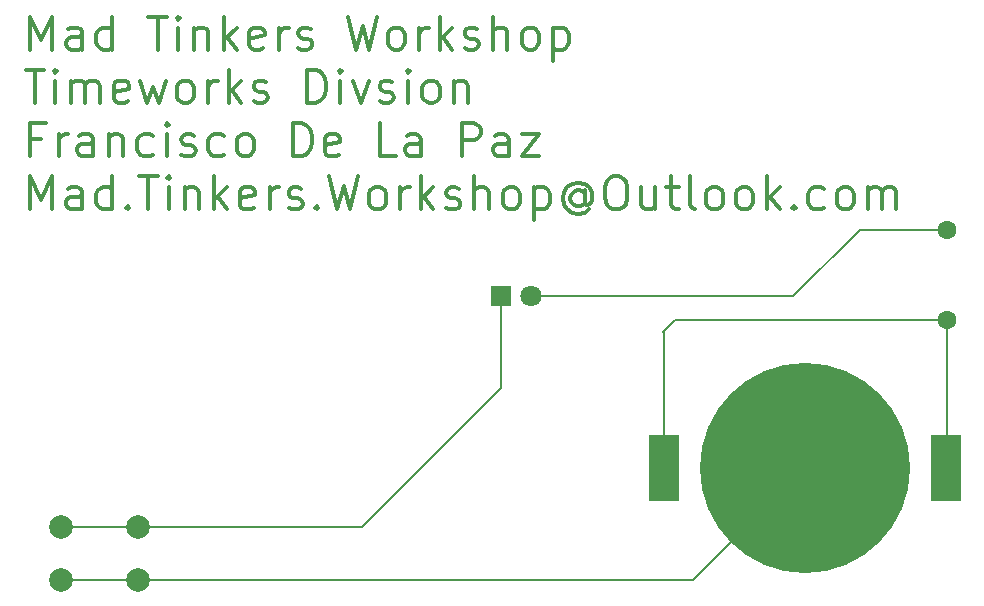
<source format=gtl>
%TF.GenerationSoftware,KiCad,Pcbnew,9.0.6*%
%TF.CreationDate,2025-12-29T01:24:51-06:00*%
%TF.ProjectId,Assignment 4.3 CNC 2 PCB,41737369-676e-46d6-956e-7420342e3320,rev?*%
%TF.SameCoordinates,Original*%
%TF.FileFunction,Copper,L1,Top*%
%TF.FilePolarity,Positive*%
%FSLAX46Y46*%
G04 Gerber Fmt 4.6, Leading zero omitted, Abs format (unit mm)*
G04 Created by KiCad (PCBNEW 9.0.6) date 2025-12-29 01:24:51*
%MOMM*%
%LPD*%
G01*
G04 APERTURE LIST*
%ADD10C,0.350000*%
%TA.AperFunction,NonConductor*%
%ADD11C,0.350000*%
%TD*%
%TA.AperFunction,SMDPad,CuDef*%
%ADD12R,2.600000X5.560000*%
%TD*%
%TA.AperFunction,SMDPad,CuDef*%
%ADD13C,17.800000*%
%TD*%
%TA.AperFunction,ComponentPad*%
%ADD14C,1.600000*%
%TD*%
%TA.AperFunction,ComponentPad*%
%ADD15R,1.800000X1.800000*%
%TD*%
%TA.AperFunction,ComponentPad*%
%ADD16C,1.800000*%
%TD*%
%TA.AperFunction,ComponentPad*%
%ADD17C,2.000000*%
%TD*%
%TA.AperFunction,Conductor*%
%ADD18C,0.200000*%
%TD*%
G04 APERTURE END LIST*
D10*
D11*
X179896929Y-104115604D02*
X179896929Y-101315604D01*
X179896929Y-101315604D02*
X180830263Y-103315604D01*
X180830263Y-103315604D02*
X181763596Y-101315604D01*
X181763596Y-101315604D02*
X181763596Y-104115604D01*
X184296929Y-104115604D02*
X184296929Y-102648937D01*
X184296929Y-102648937D02*
X184163596Y-102382271D01*
X184163596Y-102382271D02*
X183896929Y-102248937D01*
X183896929Y-102248937D02*
X183363596Y-102248937D01*
X183363596Y-102248937D02*
X183096929Y-102382271D01*
X184296929Y-103982271D02*
X184030263Y-104115604D01*
X184030263Y-104115604D02*
X183363596Y-104115604D01*
X183363596Y-104115604D02*
X183096929Y-103982271D01*
X183096929Y-103982271D02*
X182963596Y-103715604D01*
X182963596Y-103715604D02*
X182963596Y-103448937D01*
X182963596Y-103448937D02*
X183096929Y-103182271D01*
X183096929Y-103182271D02*
X183363596Y-103048937D01*
X183363596Y-103048937D02*
X184030263Y-103048937D01*
X184030263Y-103048937D02*
X184296929Y-102915604D01*
X186830262Y-104115604D02*
X186830262Y-101315604D01*
X186830262Y-103982271D02*
X186563596Y-104115604D01*
X186563596Y-104115604D02*
X186030262Y-104115604D01*
X186030262Y-104115604D02*
X185763596Y-103982271D01*
X185763596Y-103982271D02*
X185630262Y-103848937D01*
X185630262Y-103848937D02*
X185496929Y-103582271D01*
X185496929Y-103582271D02*
X185496929Y-102782271D01*
X185496929Y-102782271D02*
X185630262Y-102515604D01*
X185630262Y-102515604D02*
X185763596Y-102382271D01*
X185763596Y-102382271D02*
X186030262Y-102248937D01*
X186030262Y-102248937D02*
X186563596Y-102248937D01*
X186563596Y-102248937D02*
X186830262Y-102382271D01*
X189896928Y-101315604D02*
X191496928Y-101315604D01*
X190696928Y-104115604D02*
X190696928Y-101315604D01*
X192430261Y-104115604D02*
X192430261Y-102248937D01*
X192430261Y-101315604D02*
X192296928Y-101448937D01*
X192296928Y-101448937D02*
X192430261Y-101582271D01*
X192430261Y-101582271D02*
X192563595Y-101448937D01*
X192563595Y-101448937D02*
X192430261Y-101315604D01*
X192430261Y-101315604D02*
X192430261Y-101582271D01*
X193763594Y-102248937D02*
X193763594Y-104115604D01*
X193763594Y-102515604D02*
X193896928Y-102382271D01*
X193896928Y-102382271D02*
X194163594Y-102248937D01*
X194163594Y-102248937D02*
X194563594Y-102248937D01*
X194563594Y-102248937D02*
X194830261Y-102382271D01*
X194830261Y-102382271D02*
X194963594Y-102648937D01*
X194963594Y-102648937D02*
X194963594Y-104115604D01*
X196296927Y-104115604D02*
X196296927Y-101315604D01*
X196563594Y-103048937D02*
X197363594Y-104115604D01*
X197363594Y-102248937D02*
X196296927Y-103315604D01*
X199630261Y-103982271D02*
X199363594Y-104115604D01*
X199363594Y-104115604D02*
X198830261Y-104115604D01*
X198830261Y-104115604D02*
X198563594Y-103982271D01*
X198563594Y-103982271D02*
X198430261Y-103715604D01*
X198430261Y-103715604D02*
X198430261Y-102648937D01*
X198430261Y-102648937D02*
X198563594Y-102382271D01*
X198563594Y-102382271D02*
X198830261Y-102248937D01*
X198830261Y-102248937D02*
X199363594Y-102248937D01*
X199363594Y-102248937D02*
X199630261Y-102382271D01*
X199630261Y-102382271D02*
X199763594Y-102648937D01*
X199763594Y-102648937D02*
X199763594Y-102915604D01*
X199763594Y-102915604D02*
X198430261Y-103182271D01*
X200963594Y-104115604D02*
X200963594Y-102248937D01*
X200963594Y-102782271D02*
X201096928Y-102515604D01*
X201096928Y-102515604D02*
X201230261Y-102382271D01*
X201230261Y-102382271D02*
X201496928Y-102248937D01*
X201496928Y-102248937D02*
X201763594Y-102248937D01*
X202563594Y-103982271D02*
X202830261Y-104115604D01*
X202830261Y-104115604D02*
X203363594Y-104115604D01*
X203363594Y-104115604D02*
X203630261Y-103982271D01*
X203630261Y-103982271D02*
X203763594Y-103715604D01*
X203763594Y-103715604D02*
X203763594Y-103582271D01*
X203763594Y-103582271D02*
X203630261Y-103315604D01*
X203630261Y-103315604D02*
X203363594Y-103182271D01*
X203363594Y-103182271D02*
X202963594Y-103182271D01*
X202963594Y-103182271D02*
X202696927Y-103048937D01*
X202696927Y-103048937D02*
X202563594Y-102782271D01*
X202563594Y-102782271D02*
X202563594Y-102648937D01*
X202563594Y-102648937D02*
X202696927Y-102382271D01*
X202696927Y-102382271D02*
X202963594Y-102248937D01*
X202963594Y-102248937D02*
X203363594Y-102248937D01*
X203363594Y-102248937D02*
X203630261Y-102382271D01*
X206830261Y-101315604D02*
X207496927Y-104115604D01*
X207496927Y-104115604D02*
X208030261Y-102115604D01*
X208030261Y-102115604D02*
X208563594Y-104115604D01*
X208563594Y-104115604D02*
X209230261Y-101315604D01*
X210696927Y-104115604D02*
X210430261Y-103982271D01*
X210430261Y-103982271D02*
X210296927Y-103848937D01*
X210296927Y-103848937D02*
X210163594Y-103582271D01*
X210163594Y-103582271D02*
X210163594Y-102782271D01*
X210163594Y-102782271D02*
X210296927Y-102515604D01*
X210296927Y-102515604D02*
X210430261Y-102382271D01*
X210430261Y-102382271D02*
X210696927Y-102248937D01*
X210696927Y-102248937D02*
X211096927Y-102248937D01*
X211096927Y-102248937D02*
X211363594Y-102382271D01*
X211363594Y-102382271D02*
X211496927Y-102515604D01*
X211496927Y-102515604D02*
X211630261Y-102782271D01*
X211630261Y-102782271D02*
X211630261Y-103582271D01*
X211630261Y-103582271D02*
X211496927Y-103848937D01*
X211496927Y-103848937D02*
X211363594Y-103982271D01*
X211363594Y-103982271D02*
X211096927Y-104115604D01*
X211096927Y-104115604D02*
X210696927Y-104115604D01*
X212830260Y-104115604D02*
X212830260Y-102248937D01*
X212830260Y-102782271D02*
X212963594Y-102515604D01*
X212963594Y-102515604D02*
X213096927Y-102382271D01*
X213096927Y-102382271D02*
X213363594Y-102248937D01*
X213363594Y-102248937D02*
X213630260Y-102248937D01*
X214563593Y-104115604D02*
X214563593Y-101315604D01*
X214830260Y-103048937D02*
X215630260Y-104115604D01*
X215630260Y-102248937D02*
X214563593Y-103315604D01*
X216696927Y-103982271D02*
X216963594Y-104115604D01*
X216963594Y-104115604D02*
X217496927Y-104115604D01*
X217496927Y-104115604D02*
X217763594Y-103982271D01*
X217763594Y-103982271D02*
X217896927Y-103715604D01*
X217896927Y-103715604D02*
X217896927Y-103582271D01*
X217896927Y-103582271D02*
X217763594Y-103315604D01*
X217763594Y-103315604D02*
X217496927Y-103182271D01*
X217496927Y-103182271D02*
X217096927Y-103182271D01*
X217096927Y-103182271D02*
X216830260Y-103048937D01*
X216830260Y-103048937D02*
X216696927Y-102782271D01*
X216696927Y-102782271D02*
X216696927Y-102648937D01*
X216696927Y-102648937D02*
X216830260Y-102382271D01*
X216830260Y-102382271D02*
X217096927Y-102248937D01*
X217096927Y-102248937D02*
X217496927Y-102248937D01*
X217496927Y-102248937D02*
X217763594Y-102382271D01*
X219096927Y-104115604D02*
X219096927Y-101315604D01*
X220296927Y-104115604D02*
X220296927Y-102648937D01*
X220296927Y-102648937D02*
X220163594Y-102382271D01*
X220163594Y-102382271D02*
X219896927Y-102248937D01*
X219896927Y-102248937D02*
X219496927Y-102248937D01*
X219496927Y-102248937D02*
X219230261Y-102382271D01*
X219230261Y-102382271D02*
X219096927Y-102515604D01*
X222030260Y-104115604D02*
X221763594Y-103982271D01*
X221763594Y-103982271D02*
X221630260Y-103848937D01*
X221630260Y-103848937D02*
X221496927Y-103582271D01*
X221496927Y-103582271D02*
X221496927Y-102782271D01*
X221496927Y-102782271D02*
X221630260Y-102515604D01*
X221630260Y-102515604D02*
X221763594Y-102382271D01*
X221763594Y-102382271D02*
X222030260Y-102248937D01*
X222030260Y-102248937D02*
X222430260Y-102248937D01*
X222430260Y-102248937D02*
X222696927Y-102382271D01*
X222696927Y-102382271D02*
X222830260Y-102515604D01*
X222830260Y-102515604D02*
X222963594Y-102782271D01*
X222963594Y-102782271D02*
X222963594Y-103582271D01*
X222963594Y-103582271D02*
X222830260Y-103848937D01*
X222830260Y-103848937D02*
X222696927Y-103982271D01*
X222696927Y-103982271D02*
X222430260Y-104115604D01*
X222430260Y-104115604D02*
X222030260Y-104115604D01*
X224163593Y-102248937D02*
X224163593Y-105048937D01*
X224163593Y-102382271D02*
X224430260Y-102248937D01*
X224430260Y-102248937D02*
X224963593Y-102248937D01*
X224963593Y-102248937D02*
X225230260Y-102382271D01*
X225230260Y-102382271D02*
X225363593Y-102515604D01*
X225363593Y-102515604D02*
X225496927Y-102782271D01*
X225496927Y-102782271D02*
X225496927Y-103582271D01*
X225496927Y-103582271D02*
X225363593Y-103848937D01*
X225363593Y-103848937D02*
X225230260Y-103982271D01*
X225230260Y-103982271D02*
X224963593Y-104115604D01*
X224963593Y-104115604D02*
X224430260Y-104115604D01*
X224430260Y-104115604D02*
X224163593Y-103982271D01*
X179496929Y-105823447D02*
X181096929Y-105823447D01*
X180296929Y-108623447D02*
X180296929Y-105823447D01*
X182030262Y-108623447D02*
X182030262Y-106756780D01*
X182030262Y-105823447D02*
X181896929Y-105956780D01*
X181896929Y-105956780D02*
X182030262Y-106090114D01*
X182030262Y-106090114D02*
X182163596Y-105956780D01*
X182163596Y-105956780D02*
X182030262Y-105823447D01*
X182030262Y-105823447D02*
X182030262Y-106090114D01*
X183363595Y-108623447D02*
X183363595Y-106756780D01*
X183363595Y-107023447D02*
X183496929Y-106890114D01*
X183496929Y-106890114D02*
X183763595Y-106756780D01*
X183763595Y-106756780D02*
X184163595Y-106756780D01*
X184163595Y-106756780D02*
X184430262Y-106890114D01*
X184430262Y-106890114D02*
X184563595Y-107156780D01*
X184563595Y-107156780D02*
X184563595Y-108623447D01*
X184563595Y-107156780D02*
X184696929Y-106890114D01*
X184696929Y-106890114D02*
X184963595Y-106756780D01*
X184963595Y-106756780D02*
X185363595Y-106756780D01*
X185363595Y-106756780D02*
X185630262Y-106890114D01*
X185630262Y-106890114D02*
X185763595Y-107156780D01*
X185763595Y-107156780D02*
X185763595Y-108623447D01*
X188163595Y-108490114D02*
X187896928Y-108623447D01*
X187896928Y-108623447D02*
X187363595Y-108623447D01*
X187363595Y-108623447D02*
X187096928Y-108490114D01*
X187096928Y-108490114D02*
X186963595Y-108223447D01*
X186963595Y-108223447D02*
X186963595Y-107156780D01*
X186963595Y-107156780D02*
X187096928Y-106890114D01*
X187096928Y-106890114D02*
X187363595Y-106756780D01*
X187363595Y-106756780D02*
X187896928Y-106756780D01*
X187896928Y-106756780D02*
X188163595Y-106890114D01*
X188163595Y-106890114D02*
X188296928Y-107156780D01*
X188296928Y-107156780D02*
X188296928Y-107423447D01*
X188296928Y-107423447D02*
X186963595Y-107690114D01*
X189230262Y-106756780D02*
X189763595Y-108623447D01*
X189763595Y-108623447D02*
X190296928Y-107290114D01*
X190296928Y-107290114D02*
X190830262Y-108623447D01*
X190830262Y-108623447D02*
X191363595Y-106756780D01*
X192830261Y-108623447D02*
X192563595Y-108490114D01*
X192563595Y-108490114D02*
X192430261Y-108356780D01*
X192430261Y-108356780D02*
X192296928Y-108090114D01*
X192296928Y-108090114D02*
X192296928Y-107290114D01*
X192296928Y-107290114D02*
X192430261Y-107023447D01*
X192430261Y-107023447D02*
X192563595Y-106890114D01*
X192563595Y-106890114D02*
X192830261Y-106756780D01*
X192830261Y-106756780D02*
X193230261Y-106756780D01*
X193230261Y-106756780D02*
X193496928Y-106890114D01*
X193496928Y-106890114D02*
X193630261Y-107023447D01*
X193630261Y-107023447D02*
X193763595Y-107290114D01*
X193763595Y-107290114D02*
X193763595Y-108090114D01*
X193763595Y-108090114D02*
X193630261Y-108356780D01*
X193630261Y-108356780D02*
X193496928Y-108490114D01*
X193496928Y-108490114D02*
X193230261Y-108623447D01*
X193230261Y-108623447D02*
X192830261Y-108623447D01*
X194963594Y-108623447D02*
X194963594Y-106756780D01*
X194963594Y-107290114D02*
X195096928Y-107023447D01*
X195096928Y-107023447D02*
X195230261Y-106890114D01*
X195230261Y-106890114D02*
X195496928Y-106756780D01*
X195496928Y-106756780D02*
X195763594Y-106756780D01*
X196696927Y-108623447D02*
X196696927Y-105823447D01*
X196963594Y-107556780D02*
X197763594Y-108623447D01*
X197763594Y-106756780D02*
X196696927Y-107823447D01*
X198830261Y-108490114D02*
X199096928Y-108623447D01*
X199096928Y-108623447D02*
X199630261Y-108623447D01*
X199630261Y-108623447D02*
X199896928Y-108490114D01*
X199896928Y-108490114D02*
X200030261Y-108223447D01*
X200030261Y-108223447D02*
X200030261Y-108090114D01*
X200030261Y-108090114D02*
X199896928Y-107823447D01*
X199896928Y-107823447D02*
X199630261Y-107690114D01*
X199630261Y-107690114D02*
X199230261Y-107690114D01*
X199230261Y-107690114D02*
X198963594Y-107556780D01*
X198963594Y-107556780D02*
X198830261Y-107290114D01*
X198830261Y-107290114D02*
X198830261Y-107156780D01*
X198830261Y-107156780D02*
X198963594Y-106890114D01*
X198963594Y-106890114D02*
X199230261Y-106756780D01*
X199230261Y-106756780D02*
X199630261Y-106756780D01*
X199630261Y-106756780D02*
X199896928Y-106890114D01*
X203363594Y-108623447D02*
X203363594Y-105823447D01*
X203363594Y-105823447D02*
X204030261Y-105823447D01*
X204030261Y-105823447D02*
X204430261Y-105956780D01*
X204430261Y-105956780D02*
X204696928Y-106223447D01*
X204696928Y-106223447D02*
X204830261Y-106490114D01*
X204830261Y-106490114D02*
X204963594Y-107023447D01*
X204963594Y-107023447D02*
X204963594Y-107423447D01*
X204963594Y-107423447D02*
X204830261Y-107956780D01*
X204830261Y-107956780D02*
X204696928Y-108223447D01*
X204696928Y-108223447D02*
X204430261Y-108490114D01*
X204430261Y-108490114D02*
X204030261Y-108623447D01*
X204030261Y-108623447D02*
X203363594Y-108623447D01*
X206163594Y-108623447D02*
X206163594Y-106756780D01*
X206163594Y-105823447D02*
X206030261Y-105956780D01*
X206030261Y-105956780D02*
X206163594Y-106090114D01*
X206163594Y-106090114D02*
X206296928Y-105956780D01*
X206296928Y-105956780D02*
X206163594Y-105823447D01*
X206163594Y-105823447D02*
X206163594Y-106090114D01*
X207230261Y-106756780D02*
X207896927Y-108623447D01*
X207896927Y-108623447D02*
X208563594Y-106756780D01*
X209496927Y-108490114D02*
X209763594Y-108623447D01*
X209763594Y-108623447D02*
X210296927Y-108623447D01*
X210296927Y-108623447D02*
X210563594Y-108490114D01*
X210563594Y-108490114D02*
X210696927Y-108223447D01*
X210696927Y-108223447D02*
X210696927Y-108090114D01*
X210696927Y-108090114D02*
X210563594Y-107823447D01*
X210563594Y-107823447D02*
X210296927Y-107690114D01*
X210296927Y-107690114D02*
X209896927Y-107690114D01*
X209896927Y-107690114D02*
X209630260Y-107556780D01*
X209630260Y-107556780D02*
X209496927Y-107290114D01*
X209496927Y-107290114D02*
X209496927Y-107156780D01*
X209496927Y-107156780D02*
X209630260Y-106890114D01*
X209630260Y-106890114D02*
X209896927Y-106756780D01*
X209896927Y-106756780D02*
X210296927Y-106756780D01*
X210296927Y-106756780D02*
X210563594Y-106890114D01*
X211896927Y-108623447D02*
X211896927Y-106756780D01*
X211896927Y-105823447D02*
X211763594Y-105956780D01*
X211763594Y-105956780D02*
X211896927Y-106090114D01*
X211896927Y-106090114D02*
X212030261Y-105956780D01*
X212030261Y-105956780D02*
X211896927Y-105823447D01*
X211896927Y-105823447D02*
X211896927Y-106090114D01*
X213630260Y-108623447D02*
X213363594Y-108490114D01*
X213363594Y-108490114D02*
X213230260Y-108356780D01*
X213230260Y-108356780D02*
X213096927Y-108090114D01*
X213096927Y-108090114D02*
X213096927Y-107290114D01*
X213096927Y-107290114D02*
X213230260Y-107023447D01*
X213230260Y-107023447D02*
X213363594Y-106890114D01*
X213363594Y-106890114D02*
X213630260Y-106756780D01*
X213630260Y-106756780D02*
X214030260Y-106756780D01*
X214030260Y-106756780D02*
X214296927Y-106890114D01*
X214296927Y-106890114D02*
X214430260Y-107023447D01*
X214430260Y-107023447D02*
X214563594Y-107290114D01*
X214563594Y-107290114D02*
X214563594Y-108090114D01*
X214563594Y-108090114D02*
X214430260Y-108356780D01*
X214430260Y-108356780D02*
X214296927Y-108490114D01*
X214296927Y-108490114D02*
X214030260Y-108623447D01*
X214030260Y-108623447D02*
X213630260Y-108623447D01*
X215763593Y-106756780D02*
X215763593Y-108623447D01*
X215763593Y-107023447D02*
X215896927Y-106890114D01*
X215896927Y-106890114D02*
X216163593Y-106756780D01*
X216163593Y-106756780D02*
X216563593Y-106756780D01*
X216563593Y-106756780D02*
X216830260Y-106890114D01*
X216830260Y-106890114D02*
X216963593Y-107156780D01*
X216963593Y-107156780D02*
X216963593Y-108623447D01*
X180830263Y-111664623D02*
X179896929Y-111664623D01*
X179896929Y-113131290D02*
X179896929Y-110331290D01*
X179896929Y-110331290D02*
X181230263Y-110331290D01*
X182296929Y-113131290D02*
X182296929Y-111264623D01*
X182296929Y-111797957D02*
X182430263Y-111531290D01*
X182430263Y-111531290D02*
X182563596Y-111397957D01*
X182563596Y-111397957D02*
X182830263Y-111264623D01*
X182830263Y-111264623D02*
X183096929Y-111264623D01*
X185230262Y-113131290D02*
X185230262Y-111664623D01*
X185230262Y-111664623D02*
X185096929Y-111397957D01*
X185096929Y-111397957D02*
X184830262Y-111264623D01*
X184830262Y-111264623D02*
X184296929Y-111264623D01*
X184296929Y-111264623D02*
X184030262Y-111397957D01*
X185230262Y-112997957D02*
X184963596Y-113131290D01*
X184963596Y-113131290D02*
X184296929Y-113131290D01*
X184296929Y-113131290D02*
X184030262Y-112997957D01*
X184030262Y-112997957D02*
X183896929Y-112731290D01*
X183896929Y-112731290D02*
X183896929Y-112464623D01*
X183896929Y-112464623D02*
X184030262Y-112197957D01*
X184030262Y-112197957D02*
X184296929Y-112064623D01*
X184296929Y-112064623D02*
X184963596Y-112064623D01*
X184963596Y-112064623D02*
X185230262Y-111931290D01*
X186563595Y-111264623D02*
X186563595Y-113131290D01*
X186563595Y-111531290D02*
X186696929Y-111397957D01*
X186696929Y-111397957D02*
X186963595Y-111264623D01*
X186963595Y-111264623D02*
X187363595Y-111264623D01*
X187363595Y-111264623D02*
X187630262Y-111397957D01*
X187630262Y-111397957D02*
X187763595Y-111664623D01*
X187763595Y-111664623D02*
X187763595Y-113131290D01*
X190296928Y-112997957D02*
X190030262Y-113131290D01*
X190030262Y-113131290D02*
X189496928Y-113131290D01*
X189496928Y-113131290D02*
X189230262Y-112997957D01*
X189230262Y-112997957D02*
X189096928Y-112864623D01*
X189096928Y-112864623D02*
X188963595Y-112597957D01*
X188963595Y-112597957D02*
X188963595Y-111797957D01*
X188963595Y-111797957D02*
X189096928Y-111531290D01*
X189096928Y-111531290D02*
X189230262Y-111397957D01*
X189230262Y-111397957D02*
X189496928Y-111264623D01*
X189496928Y-111264623D02*
X190030262Y-111264623D01*
X190030262Y-111264623D02*
X190296928Y-111397957D01*
X191496928Y-113131290D02*
X191496928Y-111264623D01*
X191496928Y-110331290D02*
X191363595Y-110464623D01*
X191363595Y-110464623D02*
X191496928Y-110597957D01*
X191496928Y-110597957D02*
X191630262Y-110464623D01*
X191630262Y-110464623D02*
X191496928Y-110331290D01*
X191496928Y-110331290D02*
X191496928Y-110597957D01*
X192696928Y-112997957D02*
X192963595Y-113131290D01*
X192963595Y-113131290D02*
X193496928Y-113131290D01*
X193496928Y-113131290D02*
X193763595Y-112997957D01*
X193763595Y-112997957D02*
X193896928Y-112731290D01*
X193896928Y-112731290D02*
X193896928Y-112597957D01*
X193896928Y-112597957D02*
X193763595Y-112331290D01*
X193763595Y-112331290D02*
X193496928Y-112197957D01*
X193496928Y-112197957D02*
X193096928Y-112197957D01*
X193096928Y-112197957D02*
X192830261Y-112064623D01*
X192830261Y-112064623D02*
X192696928Y-111797957D01*
X192696928Y-111797957D02*
X192696928Y-111664623D01*
X192696928Y-111664623D02*
X192830261Y-111397957D01*
X192830261Y-111397957D02*
X193096928Y-111264623D01*
X193096928Y-111264623D02*
X193496928Y-111264623D01*
X193496928Y-111264623D02*
X193763595Y-111397957D01*
X196296928Y-112997957D02*
X196030262Y-113131290D01*
X196030262Y-113131290D02*
X195496928Y-113131290D01*
X195496928Y-113131290D02*
X195230262Y-112997957D01*
X195230262Y-112997957D02*
X195096928Y-112864623D01*
X195096928Y-112864623D02*
X194963595Y-112597957D01*
X194963595Y-112597957D02*
X194963595Y-111797957D01*
X194963595Y-111797957D02*
X195096928Y-111531290D01*
X195096928Y-111531290D02*
X195230262Y-111397957D01*
X195230262Y-111397957D02*
X195496928Y-111264623D01*
X195496928Y-111264623D02*
X196030262Y-111264623D01*
X196030262Y-111264623D02*
X196296928Y-111397957D01*
X197896928Y-113131290D02*
X197630262Y-112997957D01*
X197630262Y-112997957D02*
X197496928Y-112864623D01*
X197496928Y-112864623D02*
X197363595Y-112597957D01*
X197363595Y-112597957D02*
X197363595Y-111797957D01*
X197363595Y-111797957D02*
X197496928Y-111531290D01*
X197496928Y-111531290D02*
X197630262Y-111397957D01*
X197630262Y-111397957D02*
X197896928Y-111264623D01*
X197896928Y-111264623D02*
X198296928Y-111264623D01*
X198296928Y-111264623D02*
X198563595Y-111397957D01*
X198563595Y-111397957D02*
X198696928Y-111531290D01*
X198696928Y-111531290D02*
X198830262Y-111797957D01*
X198830262Y-111797957D02*
X198830262Y-112597957D01*
X198830262Y-112597957D02*
X198696928Y-112864623D01*
X198696928Y-112864623D02*
X198563595Y-112997957D01*
X198563595Y-112997957D02*
X198296928Y-113131290D01*
X198296928Y-113131290D02*
X197896928Y-113131290D01*
X202163594Y-113131290D02*
X202163594Y-110331290D01*
X202163594Y-110331290D02*
X202830261Y-110331290D01*
X202830261Y-110331290D02*
X203230261Y-110464623D01*
X203230261Y-110464623D02*
X203496928Y-110731290D01*
X203496928Y-110731290D02*
X203630261Y-110997957D01*
X203630261Y-110997957D02*
X203763594Y-111531290D01*
X203763594Y-111531290D02*
X203763594Y-111931290D01*
X203763594Y-111931290D02*
X203630261Y-112464623D01*
X203630261Y-112464623D02*
X203496928Y-112731290D01*
X203496928Y-112731290D02*
X203230261Y-112997957D01*
X203230261Y-112997957D02*
X202830261Y-113131290D01*
X202830261Y-113131290D02*
X202163594Y-113131290D01*
X206030261Y-112997957D02*
X205763594Y-113131290D01*
X205763594Y-113131290D02*
X205230261Y-113131290D01*
X205230261Y-113131290D02*
X204963594Y-112997957D01*
X204963594Y-112997957D02*
X204830261Y-112731290D01*
X204830261Y-112731290D02*
X204830261Y-111664623D01*
X204830261Y-111664623D02*
X204963594Y-111397957D01*
X204963594Y-111397957D02*
X205230261Y-111264623D01*
X205230261Y-111264623D02*
X205763594Y-111264623D01*
X205763594Y-111264623D02*
X206030261Y-111397957D01*
X206030261Y-111397957D02*
X206163594Y-111664623D01*
X206163594Y-111664623D02*
X206163594Y-111931290D01*
X206163594Y-111931290D02*
X204830261Y-112197957D01*
X210830261Y-113131290D02*
X209496927Y-113131290D01*
X209496927Y-113131290D02*
X209496927Y-110331290D01*
X212963594Y-113131290D02*
X212963594Y-111664623D01*
X212963594Y-111664623D02*
X212830261Y-111397957D01*
X212830261Y-111397957D02*
X212563594Y-111264623D01*
X212563594Y-111264623D02*
X212030261Y-111264623D01*
X212030261Y-111264623D02*
X211763594Y-111397957D01*
X212963594Y-112997957D02*
X212696928Y-113131290D01*
X212696928Y-113131290D02*
X212030261Y-113131290D01*
X212030261Y-113131290D02*
X211763594Y-112997957D01*
X211763594Y-112997957D02*
X211630261Y-112731290D01*
X211630261Y-112731290D02*
X211630261Y-112464623D01*
X211630261Y-112464623D02*
X211763594Y-112197957D01*
X211763594Y-112197957D02*
X212030261Y-112064623D01*
X212030261Y-112064623D02*
X212696928Y-112064623D01*
X212696928Y-112064623D02*
X212963594Y-111931290D01*
X216430260Y-113131290D02*
X216430260Y-110331290D01*
X216430260Y-110331290D02*
X217496927Y-110331290D01*
X217496927Y-110331290D02*
X217763594Y-110464623D01*
X217763594Y-110464623D02*
X217896927Y-110597957D01*
X217896927Y-110597957D02*
X218030260Y-110864623D01*
X218030260Y-110864623D02*
X218030260Y-111264623D01*
X218030260Y-111264623D02*
X217896927Y-111531290D01*
X217896927Y-111531290D02*
X217763594Y-111664623D01*
X217763594Y-111664623D02*
X217496927Y-111797957D01*
X217496927Y-111797957D02*
X216430260Y-111797957D01*
X220430260Y-113131290D02*
X220430260Y-111664623D01*
X220430260Y-111664623D02*
X220296927Y-111397957D01*
X220296927Y-111397957D02*
X220030260Y-111264623D01*
X220030260Y-111264623D02*
X219496927Y-111264623D01*
X219496927Y-111264623D02*
X219230260Y-111397957D01*
X220430260Y-112997957D02*
X220163594Y-113131290D01*
X220163594Y-113131290D02*
X219496927Y-113131290D01*
X219496927Y-113131290D02*
X219230260Y-112997957D01*
X219230260Y-112997957D02*
X219096927Y-112731290D01*
X219096927Y-112731290D02*
X219096927Y-112464623D01*
X219096927Y-112464623D02*
X219230260Y-112197957D01*
X219230260Y-112197957D02*
X219496927Y-112064623D01*
X219496927Y-112064623D02*
X220163594Y-112064623D01*
X220163594Y-112064623D02*
X220430260Y-111931290D01*
X221496927Y-111264623D02*
X222963593Y-111264623D01*
X222963593Y-111264623D02*
X221496927Y-113131290D01*
X221496927Y-113131290D02*
X222963593Y-113131290D01*
X179896929Y-117639133D02*
X179896929Y-114839133D01*
X179896929Y-114839133D02*
X180830263Y-116839133D01*
X180830263Y-116839133D02*
X181763596Y-114839133D01*
X181763596Y-114839133D02*
X181763596Y-117639133D01*
X184296929Y-117639133D02*
X184296929Y-116172466D01*
X184296929Y-116172466D02*
X184163596Y-115905800D01*
X184163596Y-115905800D02*
X183896929Y-115772466D01*
X183896929Y-115772466D02*
X183363596Y-115772466D01*
X183363596Y-115772466D02*
X183096929Y-115905800D01*
X184296929Y-117505800D02*
X184030263Y-117639133D01*
X184030263Y-117639133D02*
X183363596Y-117639133D01*
X183363596Y-117639133D02*
X183096929Y-117505800D01*
X183096929Y-117505800D02*
X182963596Y-117239133D01*
X182963596Y-117239133D02*
X182963596Y-116972466D01*
X182963596Y-116972466D02*
X183096929Y-116705800D01*
X183096929Y-116705800D02*
X183363596Y-116572466D01*
X183363596Y-116572466D02*
X184030263Y-116572466D01*
X184030263Y-116572466D02*
X184296929Y-116439133D01*
X186830262Y-117639133D02*
X186830262Y-114839133D01*
X186830262Y-117505800D02*
X186563596Y-117639133D01*
X186563596Y-117639133D02*
X186030262Y-117639133D01*
X186030262Y-117639133D02*
X185763596Y-117505800D01*
X185763596Y-117505800D02*
X185630262Y-117372466D01*
X185630262Y-117372466D02*
X185496929Y-117105800D01*
X185496929Y-117105800D02*
X185496929Y-116305800D01*
X185496929Y-116305800D02*
X185630262Y-116039133D01*
X185630262Y-116039133D02*
X185763596Y-115905800D01*
X185763596Y-115905800D02*
X186030262Y-115772466D01*
X186030262Y-115772466D02*
X186563596Y-115772466D01*
X186563596Y-115772466D02*
X186830262Y-115905800D01*
X188163595Y-117372466D02*
X188296929Y-117505800D01*
X188296929Y-117505800D02*
X188163595Y-117639133D01*
X188163595Y-117639133D02*
X188030262Y-117505800D01*
X188030262Y-117505800D02*
X188163595Y-117372466D01*
X188163595Y-117372466D02*
X188163595Y-117639133D01*
X189096928Y-114839133D02*
X190696928Y-114839133D01*
X189896928Y-117639133D02*
X189896928Y-114839133D01*
X191630261Y-117639133D02*
X191630261Y-115772466D01*
X191630261Y-114839133D02*
X191496928Y-114972466D01*
X191496928Y-114972466D02*
X191630261Y-115105800D01*
X191630261Y-115105800D02*
X191763595Y-114972466D01*
X191763595Y-114972466D02*
X191630261Y-114839133D01*
X191630261Y-114839133D02*
X191630261Y-115105800D01*
X192963594Y-115772466D02*
X192963594Y-117639133D01*
X192963594Y-116039133D02*
X193096928Y-115905800D01*
X193096928Y-115905800D02*
X193363594Y-115772466D01*
X193363594Y-115772466D02*
X193763594Y-115772466D01*
X193763594Y-115772466D02*
X194030261Y-115905800D01*
X194030261Y-115905800D02*
X194163594Y-116172466D01*
X194163594Y-116172466D02*
X194163594Y-117639133D01*
X195496927Y-117639133D02*
X195496927Y-114839133D01*
X195763594Y-116572466D02*
X196563594Y-117639133D01*
X196563594Y-115772466D02*
X195496927Y-116839133D01*
X198830261Y-117505800D02*
X198563594Y-117639133D01*
X198563594Y-117639133D02*
X198030261Y-117639133D01*
X198030261Y-117639133D02*
X197763594Y-117505800D01*
X197763594Y-117505800D02*
X197630261Y-117239133D01*
X197630261Y-117239133D02*
X197630261Y-116172466D01*
X197630261Y-116172466D02*
X197763594Y-115905800D01*
X197763594Y-115905800D02*
X198030261Y-115772466D01*
X198030261Y-115772466D02*
X198563594Y-115772466D01*
X198563594Y-115772466D02*
X198830261Y-115905800D01*
X198830261Y-115905800D02*
X198963594Y-116172466D01*
X198963594Y-116172466D02*
X198963594Y-116439133D01*
X198963594Y-116439133D02*
X197630261Y-116705800D01*
X200163594Y-117639133D02*
X200163594Y-115772466D01*
X200163594Y-116305800D02*
X200296928Y-116039133D01*
X200296928Y-116039133D02*
X200430261Y-115905800D01*
X200430261Y-115905800D02*
X200696928Y-115772466D01*
X200696928Y-115772466D02*
X200963594Y-115772466D01*
X201763594Y-117505800D02*
X202030261Y-117639133D01*
X202030261Y-117639133D02*
X202563594Y-117639133D01*
X202563594Y-117639133D02*
X202830261Y-117505800D01*
X202830261Y-117505800D02*
X202963594Y-117239133D01*
X202963594Y-117239133D02*
X202963594Y-117105800D01*
X202963594Y-117105800D02*
X202830261Y-116839133D01*
X202830261Y-116839133D02*
X202563594Y-116705800D01*
X202563594Y-116705800D02*
X202163594Y-116705800D01*
X202163594Y-116705800D02*
X201896927Y-116572466D01*
X201896927Y-116572466D02*
X201763594Y-116305800D01*
X201763594Y-116305800D02*
X201763594Y-116172466D01*
X201763594Y-116172466D02*
X201896927Y-115905800D01*
X201896927Y-115905800D02*
X202163594Y-115772466D01*
X202163594Y-115772466D02*
X202563594Y-115772466D01*
X202563594Y-115772466D02*
X202830261Y-115905800D01*
X204163594Y-117372466D02*
X204296928Y-117505800D01*
X204296928Y-117505800D02*
X204163594Y-117639133D01*
X204163594Y-117639133D02*
X204030261Y-117505800D01*
X204030261Y-117505800D02*
X204163594Y-117372466D01*
X204163594Y-117372466D02*
X204163594Y-117639133D01*
X205230261Y-114839133D02*
X205896927Y-117639133D01*
X205896927Y-117639133D02*
X206430261Y-115639133D01*
X206430261Y-115639133D02*
X206963594Y-117639133D01*
X206963594Y-117639133D02*
X207630261Y-114839133D01*
X209096927Y-117639133D02*
X208830261Y-117505800D01*
X208830261Y-117505800D02*
X208696927Y-117372466D01*
X208696927Y-117372466D02*
X208563594Y-117105800D01*
X208563594Y-117105800D02*
X208563594Y-116305800D01*
X208563594Y-116305800D02*
X208696927Y-116039133D01*
X208696927Y-116039133D02*
X208830261Y-115905800D01*
X208830261Y-115905800D02*
X209096927Y-115772466D01*
X209096927Y-115772466D02*
X209496927Y-115772466D01*
X209496927Y-115772466D02*
X209763594Y-115905800D01*
X209763594Y-115905800D02*
X209896927Y-116039133D01*
X209896927Y-116039133D02*
X210030261Y-116305800D01*
X210030261Y-116305800D02*
X210030261Y-117105800D01*
X210030261Y-117105800D02*
X209896927Y-117372466D01*
X209896927Y-117372466D02*
X209763594Y-117505800D01*
X209763594Y-117505800D02*
X209496927Y-117639133D01*
X209496927Y-117639133D02*
X209096927Y-117639133D01*
X211230260Y-117639133D02*
X211230260Y-115772466D01*
X211230260Y-116305800D02*
X211363594Y-116039133D01*
X211363594Y-116039133D02*
X211496927Y-115905800D01*
X211496927Y-115905800D02*
X211763594Y-115772466D01*
X211763594Y-115772466D02*
X212030260Y-115772466D01*
X212963593Y-117639133D02*
X212963593Y-114839133D01*
X213230260Y-116572466D02*
X214030260Y-117639133D01*
X214030260Y-115772466D02*
X212963593Y-116839133D01*
X215096927Y-117505800D02*
X215363594Y-117639133D01*
X215363594Y-117639133D02*
X215896927Y-117639133D01*
X215896927Y-117639133D02*
X216163594Y-117505800D01*
X216163594Y-117505800D02*
X216296927Y-117239133D01*
X216296927Y-117239133D02*
X216296927Y-117105800D01*
X216296927Y-117105800D02*
X216163594Y-116839133D01*
X216163594Y-116839133D02*
X215896927Y-116705800D01*
X215896927Y-116705800D02*
X215496927Y-116705800D01*
X215496927Y-116705800D02*
X215230260Y-116572466D01*
X215230260Y-116572466D02*
X215096927Y-116305800D01*
X215096927Y-116305800D02*
X215096927Y-116172466D01*
X215096927Y-116172466D02*
X215230260Y-115905800D01*
X215230260Y-115905800D02*
X215496927Y-115772466D01*
X215496927Y-115772466D02*
X215896927Y-115772466D01*
X215896927Y-115772466D02*
X216163594Y-115905800D01*
X217496927Y-117639133D02*
X217496927Y-114839133D01*
X218696927Y-117639133D02*
X218696927Y-116172466D01*
X218696927Y-116172466D02*
X218563594Y-115905800D01*
X218563594Y-115905800D02*
X218296927Y-115772466D01*
X218296927Y-115772466D02*
X217896927Y-115772466D01*
X217896927Y-115772466D02*
X217630261Y-115905800D01*
X217630261Y-115905800D02*
X217496927Y-116039133D01*
X220430260Y-117639133D02*
X220163594Y-117505800D01*
X220163594Y-117505800D02*
X220030260Y-117372466D01*
X220030260Y-117372466D02*
X219896927Y-117105800D01*
X219896927Y-117105800D02*
X219896927Y-116305800D01*
X219896927Y-116305800D02*
X220030260Y-116039133D01*
X220030260Y-116039133D02*
X220163594Y-115905800D01*
X220163594Y-115905800D02*
X220430260Y-115772466D01*
X220430260Y-115772466D02*
X220830260Y-115772466D01*
X220830260Y-115772466D02*
X221096927Y-115905800D01*
X221096927Y-115905800D02*
X221230260Y-116039133D01*
X221230260Y-116039133D02*
X221363594Y-116305800D01*
X221363594Y-116305800D02*
X221363594Y-117105800D01*
X221363594Y-117105800D02*
X221230260Y-117372466D01*
X221230260Y-117372466D02*
X221096927Y-117505800D01*
X221096927Y-117505800D02*
X220830260Y-117639133D01*
X220830260Y-117639133D02*
X220430260Y-117639133D01*
X222563593Y-115772466D02*
X222563593Y-118572466D01*
X222563593Y-115905800D02*
X222830260Y-115772466D01*
X222830260Y-115772466D02*
X223363593Y-115772466D01*
X223363593Y-115772466D02*
X223630260Y-115905800D01*
X223630260Y-115905800D02*
X223763593Y-116039133D01*
X223763593Y-116039133D02*
X223896927Y-116305800D01*
X223896927Y-116305800D02*
X223896927Y-117105800D01*
X223896927Y-117105800D02*
X223763593Y-117372466D01*
X223763593Y-117372466D02*
X223630260Y-117505800D01*
X223630260Y-117505800D02*
X223363593Y-117639133D01*
X223363593Y-117639133D02*
X222830260Y-117639133D01*
X222830260Y-117639133D02*
X222563593Y-117505800D01*
X226830260Y-116305800D02*
X226696926Y-116172466D01*
X226696926Y-116172466D02*
X226430260Y-116039133D01*
X226430260Y-116039133D02*
X226163593Y-116039133D01*
X226163593Y-116039133D02*
X225896926Y-116172466D01*
X225896926Y-116172466D02*
X225763593Y-116305800D01*
X225763593Y-116305800D02*
X225630260Y-116572466D01*
X225630260Y-116572466D02*
X225630260Y-116839133D01*
X225630260Y-116839133D02*
X225763593Y-117105800D01*
X225763593Y-117105800D02*
X225896926Y-117239133D01*
X225896926Y-117239133D02*
X226163593Y-117372466D01*
X226163593Y-117372466D02*
X226430260Y-117372466D01*
X226430260Y-117372466D02*
X226696926Y-117239133D01*
X226696926Y-117239133D02*
X226830260Y-117105800D01*
X226830260Y-116039133D02*
X226830260Y-117105800D01*
X226830260Y-117105800D02*
X226963593Y-117239133D01*
X226963593Y-117239133D02*
X227096926Y-117239133D01*
X227096926Y-117239133D02*
X227363593Y-117105800D01*
X227363593Y-117105800D02*
X227496926Y-116839133D01*
X227496926Y-116839133D02*
X227496926Y-116172466D01*
X227496926Y-116172466D02*
X227230260Y-115772466D01*
X227230260Y-115772466D02*
X226830260Y-115505800D01*
X226830260Y-115505800D02*
X226296926Y-115372466D01*
X226296926Y-115372466D02*
X225763593Y-115505800D01*
X225763593Y-115505800D02*
X225363593Y-115772466D01*
X225363593Y-115772466D02*
X225096926Y-116172466D01*
X225096926Y-116172466D02*
X224963593Y-116705800D01*
X224963593Y-116705800D02*
X225096926Y-117239133D01*
X225096926Y-117239133D02*
X225363593Y-117639133D01*
X225363593Y-117639133D02*
X225763593Y-117905800D01*
X225763593Y-117905800D02*
X226296926Y-118039133D01*
X226296926Y-118039133D02*
X226830260Y-117905800D01*
X226830260Y-117905800D02*
X227230260Y-117639133D01*
X229230260Y-114839133D02*
X229763593Y-114839133D01*
X229763593Y-114839133D02*
X230030260Y-114972466D01*
X230030260Y-114972466D02*
X230296926Y-115239133D01*
X230296926Y-115239133D02*
X230430260Y-115772466D01*
X230430260Y-115772466D02*
X230430260Y-116705800D01*
X230430260Y-116705800D02*
X230296926Y-117239133D01*
X230296926Y-117239133D02*
X230030260Y-117505800D01*
X230030260Y-117505800D02*
X229763593Y-117639133D01*
X229763593Y-117639133D02*
X229230260Y-117639133D01*
X229230260Y-117639133D02*
X228963593Y-117505800D01*
X228963593Y-117505800D02*
X228696926Y-117239133D01*
X228696926Y-117239133D02*
X228563593Y-116705800D01*
X228563593Y-116705800D02*
X228563593Y-115772466D01*
X228563593Y-115772466D02*
X228696926Y-115239133D01*
X228696926Y-115239133D02*
X228963593Y-114972466D01*
X228963593Y-114972466D02*
X229230260Y-114839133D01*
X232830259Y-115772466D02*
X232830259Y-117639133D01*
X231630259Y-115772466D02*
X231630259Y-117239133D01*
X231630259Y-117239133D02*
X231763593Y-117505800D01*
X231763593Y-117505800D02*
X232030259Y-117639133D01*
X232030259Y-117639133D02*
X232430259Y-117639133D01*
X232430259Y-117639133D02*
X232696926Y-117505800D01*
X232696926Y-117505800D02*
X232830259Y-117372466D01*
X233763592Y-115772466D02*
X234830259Y-115772466D01*
X234163592Y-114839133D02*
X234163592Y-117239133D01*
X234163592Y-117239133D02*
X234296926Y-117505800D01*
X234296926Y-117505800D02*
X234563592Y-117639133D01*
X234563592Y-117639133D02*
X234830259Y-117639133D01*
X236163592Y-117639133D02*
X235896926Y-117505800D01*
X235896926Y-117505800D02*
X235763592Y-117239133D01*
X235763592Y-117239133D02*
X235763592Y-114839133D01*
X237630259Y-117639133D02*
X237363593Y-117505800D01*
X237363593Y-117505800D02*
X237230259Y-117372466D01*
X237230259Y-117372466D02*
X237096926Y-117105800D01*
X237096926Y-117105800D02*
X237096926Y-116305800D01*
X237096926Y-116305800D02*
X237230259Y-116039133D01*
X237230259Y-116039133D02*
X237363593Y-115905800D01*
X237363593Y-115905800D02*
X237630259Y-115772466D01*
X237630259Y-115772466D02*
X238030259Y-115772466D01*
X238030259Y-115772466D02*
X238296926Y-115905800D01*
X238296926Y-115905800D02*
X238430259Y-116039133D01*
X238430259Y-116039133D02*
X238563593Y-116305800D01*
X238563593Y-116305800D02*
X238563593Y-117105800D01*
X238563593Y-117105800D02*
X238430259Y-117372466D01*
X238430259Y-117372466D02*
X238296926Y-117505800D01*
X238296926Y-117505800D02*
X238030259Y-117639133D01*
X238030259Y-117639133D02*
X237630259Y-117639133D01*
X240163592Y-117639133D02*
X239896926Y-117505800D01*
X239896926Y-117505800D02*
X239763592Y-117372466D01*
X239763592Y-117372466D02*
X239630259Y-117105800D01*
X239630259Y-117105800D02*
X239630259Y-116305800D01*
X239630259Y-116305800D02*
X239763592Y-116039133D01*
X239763592Y-116039133D02*
X239896926Y-115905800D01*
X239896926Y-115905800D02*
X240163592Y-115772466D01*
X240163592Y-115772466D02*
X240563592Y-115772466D01*
X240563592Y-115772466D02*
X240830259Y-115905800D01*
X240830259Y-115905800D02*
X240963592Y-116039133D01*
X240963592Y-116039133D02*
X241096926Y-116305800D01*
X241096926Y-116305800D02*
X241096926Y-117105800D01*
X241096926Y-117105800D02*
X240963592Y-117372466D01*
X240963592Y-117372466D02*
X240830259Y-117505800D01*
X240830259Y-117505800D02*
X240563592Y-117639133D01*
X240563592Y-117639133D02*
X240163592Y-117639133D01*
X242296925Y-117639133D02*
X242296925Y-114839133D01*
X242563592Y-116572466D02*
X243363592Y-117639133D01*
X243363592Y-115772466D02*
X242296925Y-116839133D01*
X244563592Y-117372466D02*
X244696926Y-117505800D01*
X244696926Y-117505800D02*
X244563592Y-117639133D01*
X244563592Y-117639133D02*
X244430259Y-117505800D01*
X244430259Y-117505800D02*
X244563592Y-117372466D01*
X244563592Y-117372466D02*
X244563592Y-117639133D01*
X247096925Y-117505800D02*
X246830259Y-117639133D01*
X246830259Y-117639133D02*
X246296925Y-117639133D01*
X246296925Y-117639133D02*
X246030259Y-117505800D01*
X246030259Y-117505800D02*
X245896925Y-117372466D01*
X245896925Y-117372466D02*
X245763592Y-117105800D01*
X245763592Y-117105800D02*
X245763592Y-116305800D01*
X245763592Y-116305800D02*
X245896925Y-116039133D01*
X245896925Y-116039133D02*
X246030259Y-115905800D01*
X246030259Y-115905800D02*
X246296925Y-115772466D01*
X246296925Y-115772466D02*
X246830259Y-115772466D01*
X246830259Y-115772466D02*
X247096925Y-115905800D01*
X248696925Y-117639133D02*
X248430259Y-117505800D01*
X248430259Y-117505800D02*
X248296925Y-117372466D01*
X248296925Y-117372466D02*
X248163592Y-117105800D01*
X248163592Y-117105800D02*
X248163592Y-116305800D01*
X248163592Y-116305800D02*
X248296925Y-116039133D01*
X248296925Y-116039133D02*
X248430259Y-115905800D01*
X248430259Y-115905800D02*
X248696925Y-115772466D01*
X248696925Y-115772466D02*
X249096925Y-115772466D01*
X249096925Y-115772466D02*
X249363592Y-115905800D01*
X249363592Y-115905800D02*
X249496925Y-116039133D01*
X249496925Y-116039133D02*
X249630259Y-116305800D01*
X249630259Y-116305800D02*
X249630259Y-117105800D01*
X249630259Y-117105800D02*
X249496925Y-117372466D01*
X249496925Y-117372466D02*
X249363592Y-117505800D01*
X249363592Y-117505800D02*
X249096925Y-117639133D01*
X249096925Y-117639133D02*
X248696925Y-117639133D01*
X250830258Y-117639133D02*
X250830258Y-115772466D01*
X250830258Y-116039133D02*
X250963592Y-115905800D01*
X250963592Y-115905800D02*
X251230258Y-115772466D01*
X251230258Y-115772466D02*
X251630258Y-115772466D01*
X251630258Y-115772466D02*
X251896925Y-115905800D01*
X251896925Y-115905800D02*
X252030258Y-116172466D01*
X252030258Y-116172466D02*
X252030258Y-117639133D01*
X252030258Y-116172466D02*
X252163592Y-115905800D01*
X252163592Y-115905800D02*
X252430258Y-115772466D01*
X252430258Y-115772466D02*
X252830258Y-115772466D01*
X252830258Y-115772466D02*
X253096925Y-115905800D01*
X253096925Y-115905800D02*
X253230258Y-116172466D01*
X253230258Y-116172466D02*
X253230258Y-117639133D01*
D12*
%TO.P,BT1,1,+*%
%TO.N,Net-(BT1-+)*%
X233595000Y-139500000D03*
X257405000Y-139500000D03*
D13*
%TO.P,BT1,2,-*%
%TO.N,Net-(BT1--)*%
X245500000Y-139500000D03*
%TD*%
D14*
%TO.P,R1,1*%
%TO.N,Net-(BT1-+)*%
X257500000Y-127000000D03*
%TO.P,R1,2*%
%TO.N,Net-(D1-A)*%
X257500000Y-119380000D03*
%TD*%
D15*
%TO.P,D1,1,K*%
%TO.N,Net-(D1-K)*%
X219725000Y-125000000D03*
D16*
%TO.P,D1,2,A*%
%TO.N,Net-(D1-A)*%
X222265000Y-125000000D03*
%TD*%
D17*
%TO.P,SW1,1,1*%
%TO.N,Net-(D1-K)*%
X182500000Y-144500000D03*
X189000000Y-144500000D03*
%TO.P,SW1,2,2*%
%TO.N,Net-(BT1--)*%
X182500000Y-149000000D03*
X189000000Y-149000000D03*
%TD*%
D18*
%TO.N,Net-(D1-A)*%
X250120000Y-119380000D02*
X257500000Y-119380000D01*
X244500000Y-125000000D02*
X250120000Y-119380000D01*
X222265000Y-125000000D02*
X244500000Y-125000000D01*
%TO.N,Net-(D1-K)*%
X219725000Y-132775000D02*
X219725000Y-125000000D01*
X208000000Y-144500000D02*
X219725000Y-132775000D01*
X189000000Y-144500000D02*
X208000000Y-144500000D01*
%TO.N,Net-(BT1-+)*%
X233500000Y-128000000D02*
X233595000Y-128095000D01*
X234500000Y-127000000D02*
X233500000Y-128000000D01*
X233595000Y-128095000D02*
X233595000Y-139500000D01*
X257500000Y-127000000D02*
X234500000Y-127000000D01*
X257500000Y-139405000D02*
X257405000Y-139500000D01*
X257500000Y-127000000D02*
X257500000Y-139405000D01*
%TO.N,Net-(BT1--)*%
X236000000Y-149000000D02*
X245500000Y-139500000D01*
X189000000Y-149000000D02*
X236000000Y-149000000D01*
%TO.N,Net-(D1-K)*%
X182500000Y-144500000D02*
X189000000Y-144500000D01*
%TO.N,Net-(BT1--)*%
X182500000Y-149000000D02*
X189000000Y-149000000D01*
%TD*%
M02*

</source>
